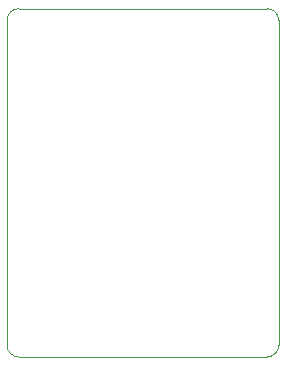
<source format=gbr>
%TF.GenerationSoftware,KiCad,Pcbnew,9.0.5*%
%TF.CreationDate,2025-12-03T12:23:34+01:00*%
%TF.ProjectId,stm32f030f4p6-board,73746d33-3266-4303-9330-663470362d62,rev?*%
%TF.SameCoordinates,Original*%
%TF.FileFunction,Profile,NP*%
%FSLAX46Y46*%
G04 Gerber Fmt 4.6, Leading zero omitted, Abs format (unit mm)*
G04 Created by KiCad (PCBNEW 9.0.5) date 2025-12-03 12:23:34*
%MOMM*%
%LPD*%
G01*
G04 APERTURE LIST*
%TA.AperFunction,Profile*%
%ADD10C,0.050000*%
%TD*%
G04 APERTURE END LIST*
D10*
X108390000Y-79476000D02*
X108390000Y-51976000D01*
X85390000Y-51976000D02*
G75*
G02*
X86390000Y-50976000I1000000J0D01*
G01*
X107390000Y-50976000D02*
G75*
G02*
X108390000Y-51976000I0J-1000000D01*
G01*
X86390000Y-80476000D02*
X107390000Y-80476000D01*
X85390000Y-51976000D02*
X85390000Y-79476000D01*
X108390000Y-79476000D02*
G75*
G02*
X107390000Y-80476000I-1000000J0D01*
G01*
X86390000Y-80476000D02*
G75*
G02*
X85390000Y-79476000I0J1000000D01*
G01*
X107390000Y-50976000D02*
X86390000Y-50976000D01*
M02*

</source>
